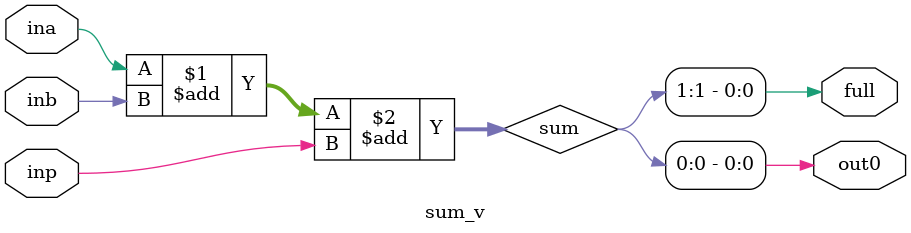
<source format=sv>
module sum_v(ina, inb, inp, out0, full);

	// Input Port(s)
	input ina;
	input inb;
	input inp;
	
	// Output Port(s)
	output  out0;
	output  full;
	
	wire [1:0] sum;
	
	// Additional Module Item(s)
   assign sum=ina+inb+inp;
	//assign out0=sum[0];
	//assign full=sum[1];
	assign {full,out0}=sum;

endmodule

</source>
